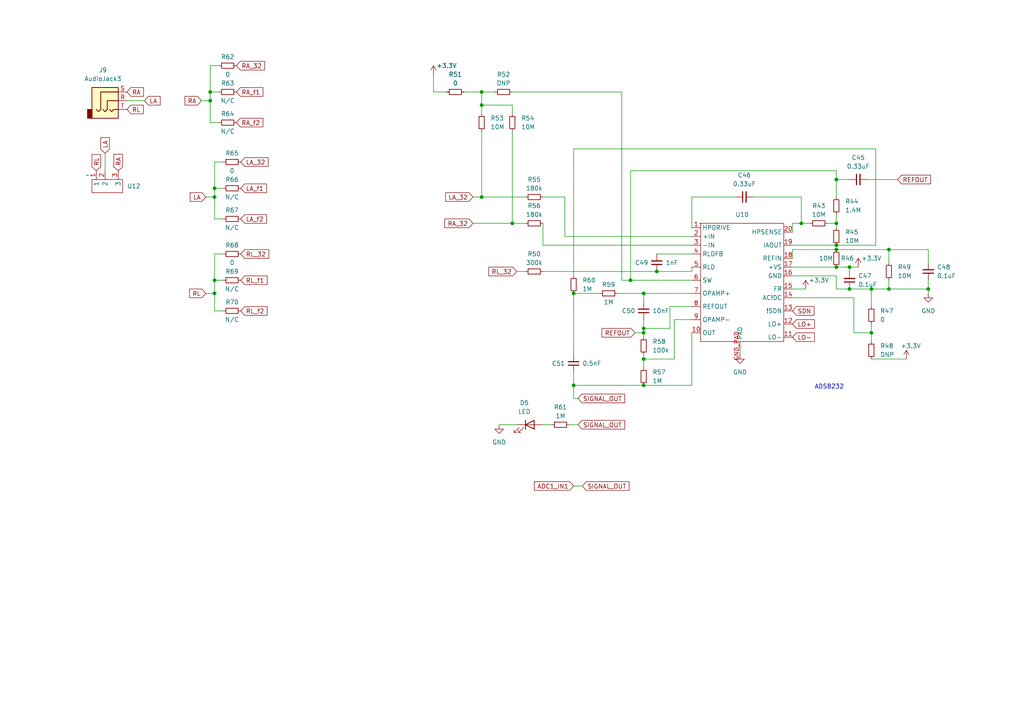
<source format=kicad_sch>
(kicad_sch (version 20230121) (generator eeschema)
  (paper "A4")
  (lib_symbols
    (symbol "Connector_Audio:AudioJack3"
      (property "Reference" "J" (at 0 8.89 0))
      (property "Value" "AudioJack3" (at 0 6.35 0))
      (symbol "AudioJack3_0_1"
        (rectangle (start -5.08 -5.08) (end -6.35 -2.54) (stroke (width 0.254)) (fill (type outline)))
        (polyline (pts (xy 0 -2.54) (xy 0.635 -3.175) (xy 1.27 -2.54) (xy 2.54 -2.54)) (stroke (width 0.254)))
        (polyline (pts (xy -1.905 -2.54) (xy -1.27 -3.175) (xy -0.635 -2.54) (xy -0.635 0) (xy 2.54 0)) (stroke (width 0.254)))
        (polyline (pts (xy 2.54 2.54) (xy -2.54 2.54) (xy -2.54 -2.54) (xy -3.175 -3.175) (xy -3.81 -2.54)) (stroke (width 0.254)))
        (rectangle (start 2.54 3.81) (end -5.08 -5.08) (stroke (width 0.254)) (fill (type background)))
      )
      (symbol "AudioJack3_1_1"
        (pin passive line (at 5.08 0 180) (length 2.54) (name "~") (number "R"))
        (pin passive line (at 5.08 2.54 180) (length 2.54) (name "~") (number "S"))
        (pin passive line (at 5.08 -2.54 180) (length 2.54) (name "~") (number "T"))
      )
    )
    (symbol "Device:C_Small" (pin_numbers hide) (pin_names (offset 0.254) hide)
      (property "Reference" "C" (at 0.254 1.778 0))
      (property "Value" "C_Small" (at 0.254 -2.032 0))
      (symbol "C_Small_0_1"
        (polyline (pts (xy -1.524 -0.508) (xy 1.524 -0.508)) (stroke (width 0.3302)))
        (polyline (pts (xy -1.524 0.508) (xy 1.524 0.508)) (stroke (width 0.3048)))
      )
      (symbol "C_Small_1_1"
        (pin passive line (at 0 2.54 270) (length 2.032) (name "~") (number "1"))
        (pin passive line (at 0 -2.54 90) (length 2.032) (name "~") (number "2"))
      )
    )
    (symbol "Device:LED" (pin_numbers hide) (pin_names (offset 1.016) hide)
      (property "Reference" "D" (at 0 2.54 0))
      (property "Value" "LED" (at 0 -2.54 0))
      (symbol "LED_0_1"
        (polyline (pts (xy -1.27 -1.27) (xy -1.27 1.27)) (stroke (width 0.254)))
        (polyline (pts (xy -1.27 0) (xy 1.27 0)))
        (polyline (pts (xy 1.27 -1.27) (xy 1.27 1.27) (xy -1.27 0) (xy 1.27 -1.27)) (stroke (width 0.254)))
        (polyline (pts (xy -3.048 -0.762) (xy -4.572 -2.286) (xy -3.81 -2.286) (xy -4.572 -2.286) (xy -4.572 -1.524)))
        (polyline (pts (xy -1.778 -0.762) (xy -3.302 -2.286) (xy -2.54 -2.286) (xy -3.302 -2.286) (xy -3.302 -1.524)))
      )
      (symbol "LED_1_1"
        (pin passive line (at -3.81 0 0) (length 2.54) (name "K") (number "1"))
        (pin passive line (at 3.81 0 180) (length 2.54) (name "A") (number "2"))
      )
    )
    (symbol "Device:R_Small" (pin_numbers hide) (pin_names (offset 0.254) hide)
      (property "Reference" "R" (at 0.762 0.508 0))
      (property "Value" "R_Small" (at 0.762 -1.016 0))
      (symbol "R_Small_0_1"
        (rectangle (start -0.762 1.778) (end 0.762 -1.778) (stroke (width 0.2032)))
      )
      (symbol "R_Small_1_1"
        (pin passive line (at 0 2.54 270) (length 0.762) (name "~") (number "1"))
        (pin passive line (at 0 -2.54 90) (length 0.762) (name "~") (number "2"))
      )
    )
    (symbol "custom_regulator:ADS8232"
      (property "Reference" "U" (at 0 6.35 0))
      (symbol "ADS8232_0_1"
        (rectangle (start 0 0) (end 24.13 -34.29))
      )
      (symbol "ADS8232_1_1"
        (pin bidirectional line (at -2.54 -1.27 0) (length 2.54) (name "HPDRIVE") (number "1"))
        (pin bidirectional line (at -2.54 -31.75 0) (length 2.54) (name "OUT") (number "10"))
        (pin bidirectional line (at 26.67 -33.02 180) (length 2.54) (name "LO-") (number "11"))
        (pin bidirectional line (at 26.67 -29.21 180) (length 2.54) (name "LO+") (number "12"))
        (pin bidirectional line (at 26.67 -25.4 180) (length 2.54) (name "!SDN") (number "13"))
        (pin bidirectional line (at 26.67 -21.59 180) (length 2.54) (name "AC!DC") (number "14"))
        (pin bidirectional line (at 26.67 -19.05 180) (length 2.54) (name "FR") (number "15"))
        (pin bidirectional line (at 26.67 -15.24 180) (length 2.54) (name "GND") (number "16"))
        (pin bidirectional line (at 26.67 -12.7 180) (length 2.54) (name "+VS") (number "17"))
        (pin bidirectional line (at 26.67 -10.16 180) (length 2.54) (name "REFIN") (number "18"))
        (pin bidirectional line (at 26.67 -6.35 180) (length 2.54) (name "IAOUT") (number "19"))
        (pin bidirectional line (at -2.54 -3.81 0) (length 2.54) (name "+IN") (number "2"))
        (pin bidirectional line (at 26.67 -2.54 180) (length 2.54) (name "HPSENSE") (number "20"))
        (pin bidirectional line (at -2.54 -6.35 0) (length 2.54) (name "-IN") (number "3"))
        (pin bidirectional line (at -2.54 -8.89 0) (length 2.54) (name "RLDFB") (number "4"))
        (pin bidirectional line (at -2.54 -12.7 0) (length 2.54) (name "RLD") (number "5"))
        (pin bidirectional line (at -2.54 -16.51 0) (length 2.54) (name "SW") (number "6"))
        (pin bidirectional line (at -2.54 -20.32 0) (length 2.54) (name "OPAMP+") (number "7"))
        (pin bidirectional line (at -2.54 -24.13 0) (length 2.54) (name "REFOUT") (number "8"))
        (pin bidirectional line (at -2.54 -27.94 0) (length 2.54) (name "OPAMP-") (number "9"))
        (pin bidirectional line (at 11.43 -36.83 90) (length 2.54) (name "PAD") (number "GND_PAD"))
      )
    )
    (symbol "custom_regulator:header_3"
      (property "Reference" "U" (at 0 0 0))
      (symbol "header_3_0_1"
        (polyline (pts (xy 1.27 -1.27) (xy 10.16 -1.27) (xy 10.16 -5.08) (xy 1.27 -5.08) (xy 1.27 -1.27)))
      )
      (symbol "header_3_1_1"
        (pin bidirectional line (at 2.54 1.27 270) (length 2.54) (name "1") (number "1"))
        (pin bidirectional line (at 5.08 1.27 270) (length 2.54) (name "2") (number "2"))
        (pin bidirectional line (at 8.89 1.27 270) (length 2.54) (name "3") (number "3"))
      )
    )
    (symbol "power:+3.3V" (power) (pin_names (offset 0))
      (property "Value" "+3.3V" (at 0 3.556 0))
      (symbol "+3.3V_0_1"
        (polyline (pts (xy -0.762 1.27) (xy 0 2.54)))
        (polyline (pts (xy 0 0) (xy 0 2.54)))
        (polyline (pts (xy 0 2.54) (xy 0.762 1.27)))
      )
      (symbol "+3.3V_1_1"
        (pin power_in line (at 0 0 90) (length 0) hide (name "+3.3V") (number "1"))
      )
    )
    (symbol "power:GND" (power) (pin_names (offset 0))
      (property "Value" "GND" (at 0 -3.81 0))
      (symbol "GND_0_1"
        (polyline (pts (xy 0 0) (xy 0 -1.27) (xy 1.27 -1.27) (xy 0 -2.54) (xy -1.27 -1.27) (xy 0 -1.27)))
      )
      (symbol "GND_1_1"
        (pin power_in line (at 0 0 270) (length 0) hide (name "GND") (number "1"))
      )
    )
  )
  (junction (at 252.73 96.52))
  (junction (at 186.69 85.09))
  (junction (at 246.38 77.47))
  (junction (at 190.5 78.74))
  (junction (at 182.88 81.28))
  (junction (at 257.81 72.39))
  (junction (at 242.57 71.12))
  (junction (at 242.57 77.47))
  (junction (at 252.73 83.82))
  (junction (at 62.23 85.09))
  (junction (at 242.57 52.07))
  (junction (at 62.23 81.28))
  (junction (at 257.81 83.82))
  (junction (at 148.59 64.77))
  (junction (at 186.69 111.76))
  (junction (at 269.24 83.82))
  (junction (at 246.38 83.82))
  (junction (at 242.57 72.39))
  (junction (at 60.96 26.67))
  (junction (at 62.23 57.15))
  (junction (at 242.57 64.77))
  (junction (at 166.37 111.76))
  (junction (at 62.23 54.61))
  (junction (at 232.41 64.77))
  (junction (at 186.69 95.25))
  (junction (at 139.7 57.15))
  (junction (at 166.37 85.09))
  (junction (at 186.69 104.14))
  (junction (at 139.7 30.48))
  (junction (at 139.7 26.67))
  (junction (at 186.69 96.52))
  (junction (at 60.96 29.21))
  (wire (pts (xy 229.87 77.47) (xy 242.57 77.47)))
  (wire (pts (xy 163.83 57.15) (xy 157.48 57.15)))
  (wire (pts (xy 269.24 81.28) (xy 269.24 83.82)))
  (wire (pts (xy 257.81 81.28) (xy 257.81 83.82)))
  (wire (pts (xy 229.87 71.12) (xy 242.57 71.12)))
  (wire (pts (xy 252.73 83.82) (xy 252.73 88.9)))
  (wire (pts (xy 234.95 64.77) (xy 232.41 64.77)))
  (wire (pts (xy 242.57 80.01) (xy 242.57 83.82)))
  (wire (pts (xy 139.7 38.1) (xy 139.7 57.15)))
  (wire (pts (xy 242.57 57.15) (xy 242.57 52.07)))
  (wire (pts (xy 257.81 72.39) (xy 242.57 72.39)))
  (wire (pts (xy 252.73 93.98) (xy 252.73 96.52)))
  (wire (pts (xy 139.7 57.15) (xy 152.4 57.15)))
  (wire (pts (xy 200.66 78.74) (xy 200.66 77.47)))
  (wire (pts (xy 186.69 92.71) (xy 186.69 95.25)))
  (wire (pts (xy 190.5 78.74) (xy 200.66 78.74)))
  (wire (pts (xy 129.54 26.67) (xy 125.73 26.67)))
  (wire (pts (xy 166.37 111.76) (xy 186.69 111.76)))
  (wire (pts (xy 125.73 26.67) (xy 125.73 21.59)))
  (wire (pts (xy 200.66 57.15) (xy 200.66 66.04)))
  (wire (pts (xy 60.96 26.67) (xy 63.5 26.67)))
  (wire (pts (xy 58.42 29.21) (xy 60.96 29.21)))
  (wire (pts (xy 64.77 73.66) (xy 62.23 73.66)))
  (wire (pts (xy 200.66 96.52) (xy 200.66 111.76)))
  (wire (pts (xy 247.65 86.36) (xy 247.65 96.52)))
  (wire (pts (xy 200.66 81.28) (xy 182.88 81.28)))
  (wire (pts (xy 186.69 104.14) (xy 186.69 106.68)))
  (wire (pts (xy 62.23 81.28) (xy 64.77 81.28)))
  (wire (pts (xy 242.57 83.82) (xy 246.38 83.82)))
  (wire (pts (xy 257.81 83.82) (xy 252.73 83.82)))
  (wire (pts (xy 63.5 19.05) (xy 60.96 19.05)))
  (wire (pts (xy 232.41 57.15) (xy 232.41 64.77)))
  (wire (pts (xy 251.46 52.07) (xy 260.35 52.07)))
  (wire (pts (xy 62.23 54.61) (xy 64.77 54.61)))
  (wire (pts (xy 218.44 57.15) (xy 232.41 57.15)))
  (wire (pts (xy 257.81 76.2) (xy 257.81 72.39)))
  (wire (pts (xy 60.96 19.05) (xy 60.96 26.67)))
  (wire (pts (xy 166.37 85.09) (xy 173.99 85.09)))
  (wire (pts (xy 229.87 64.77) (xy 229.87 67.31)))
  (wire (pts (xy 62.23 54.61) (xy 62.23 57.15)))
  (wire (pts (xy 62.23 46.99) (xy 62.23 54.61)))
  (wire (pts (xy 269.24 83.82) (xy 269.24 85.09)))
  (wire (pts (xy 62.23 90.17) (xy 64.77 90.17)))
  (wire (pts (xy 62.23 73.66) (xy 62.23 81.28)))
  (wire (pts (xy 246.38 77.47) (xy 248.92 77.47)))
  (wire (pts (xy 229.87 83.82) (xy 233.68 83.82)))
  (wire (pts (xy 269.24 76.2) (xy 269.24 72.39)))
  (wire (pts (xy 200.66 111.76) (xy 186.69 111.76)))
  (wire (pts (xy 166.37 140.97) (xy 168.91 140.97)))
  (wire (pts (xy 167.64 115.57) (xy 166.37 115.57)))
  (wire (pts (xy 242.57 62.23) (xy 242.57 64.77)))
  (wire (pts (xy 180.34 26.67) (xy 180.34 81.28)))
  (wire (pts (xy 60.96 26.67) (xy 60.96 29.21)))
  (wire (pts (xy 148.59 33.02) (xy 148.59 30.48)))
  (wire (pts (xy 137.16 57.15) (xy 139.7 57.15)))
  (wire (pts (xy 229.87 80.01) (xy 242.57 80.01)))
  (wire (pts (xy 240.03 64.77) (xy 242.57 64.77)))
  (wire (pts (xy 30.48 44.45) (xy 30.48 49.53)))
  (wire (pts (xy 139.7 30.48) (xy 139.7 33.02)))
  (wire (pts (xy 59.69 57.15) (xy 62.23 57.15)))
  (wire (pts (xy 144.78 123.19) (xy 149.86 123.19)))
  (wire (pts (xy 139.7 26.67) (xy 139.7 30.48)))
  (wire (pts (xy 166.37 43.18) (xy 254 43.18)))
  (wire (pts (xy 254 43.18) (xy 254 71.12)))
  (wire (pts (xy 186.69 95.25) (xy 186.69 96.52)))
  (wire (pts (xy 242.57 52.07) (xy 246.38 52.07)))
  (wire (pts (xy 179.07 85.09) (xy 186.69 85.09)))
  (wire (pts (xy 200.66 92.71) (xy 195.58 92.71)))
  (wire (pts (xy 186.69 102.87) (xy 186.69 104.14)))
  (wire (pts (xy 62.23 81.28) (xy 62.23 85.09)))
  (wire (pts (xy 180.34 81.28) (xy 182.88 81.28)))
  (wire (pts (xy 184.15 96.52) (xy 186.69 96.52)))
  (wire (pts (xy 166.37 115.57) (xy 166.37 111.76)))
  (wire (pts (xy 166.37 85.09) (xy 166.37 102.87)))
  (wire (pts (xy 148.59 38.1) (xy 148.59 64.77)))
  (wire (pts (xy 242.57 72.39) (xy 229.87 72.39)))
  (wire (pts (xy 252.73 104.14) (xy 262.89 104.14)))
  (wire (pts (xy 148.59 30.48) (xy 139.7 30.48)))
  (wire (pts (xy 252.73 96.52) (xy 252.73 99.06)))
  (wire (pts (xy 60.96 29.21) (xy 60.96 35.56)))
  (wire (pts (xy 186.69 85.09) (xy 186.69 87.63)))
  (wire (pts (xy 229.87 72.39) (xy 229.87 74.93)))
  (wire (pts (xy 182.88 81.28) (xy 182.88 49.53)))
  (wire (pts (xy 229.87 86.36) (xy 247.65 86.36)))
  (wire (pts (xy 137.16 64.77) (xy 148.59 64.77)))
  (wire (pts (xy 139.7 26.67) (xy 143.51 26.67)))
  (wire (pts (xy 195.58 104.14) (xy 186.69 104.14)))
  (wire (pts (xy 200.66 88.9) (xy 194.31 88.9)))
  (wire (pts (xy 194.31 88.9) (xy 194.31 95.25)))
  (wire (pts (xy 232.41 64.77) (xy 229.87 64.77)))
  (wire (pts (xy 186.69 96.52) (xy 186.69 97.79)))
  (wire (pts (xy 269.24 72.39) (xy 257.81 72.39)))
  (wire (pts (xy 182.88 49.53) (xy 242.57 49.53)))
  (wire (pts (xy 242.57 77.47) (xy 246.38 77.47)))
  (wire (pts (xy 242.57 64.77) (xy 242.57 66.04)))
  (wire (pts (xy 254 71.12) (xy 242.57 71.12)))
  (wire (pts (xy 148.59 26.67) (xy 180.34 26.67)))
  (wire (pts (xy 252.73 83.82) (xy 246.38 83.82)))
  (wire (pts (xy 134.62 26.67) (xy 139.7 26.67)))
  (wire (pts (xy 163.83 68.58) (xy 163.83 57.15)))
  (wire (pts (xy 59.69 85.09) (xy 62.23 85.09)))
  (wire (pts (xy 62.23 63.5) (xy 64.77 63.5)))
  (wire (pts (xy 148.59 64.77) (xy 152.4 64.77)))
  (wire (pts (xy 157.48 123.19) (xy 160.02 123.19)))
  (wire (pts (xy 157.48 78.74) (xy 190.5 78.74)))
  (wire (pts (xy 36.83 29.21) (xy 41.91 29.21)))
  (wire (pts (xy 186.69 85.09) (xy 200.66 85.09)))
  (wire (pts (xy 247.65 96.52) (xy 252.73 96.52)))
  (wire (pts (xy 166.37 80.01) (xy 166.37 43.18)))
  (wire (pts (xy 157.48 71.12) (xy 157.48 64.77)))
  (wire (pts (xy 246.38 77.47) (xy 246.38 78.74)))
  (wire (pts (xy 166.37 107.95) (xy 166.37 111.76)))
  (wire (pts (xy 190.5 73.66) (xy 200.66 73.66)))
  (wire (pts (xy 64.77 46.99) (xy 62.23 46.99)))
  (wire (pts (xy 269.24 83.82) (xy 257.81 83.82)))
  (wire (pts (xy 149.86 78.74) (xy 152.4 78.74)))
  (wire (pts (xy 62.23 57.15) (xy 62.23 63.5)))
  (wire (pts (xy 195.58 92.71) (xy 195.58 104.14)))
  (wire (pts (xy 213.36 57.15) (xy 200.66 57.15)))
  (wire (pts (xy 62.23 85.09) (xy 62.23 90.17)))
  (wire (pts (xy 60.96 35.56) (xy 63.5 35.56)))
  (wire (pts (xy 242.57 49.53) (xy 242.57 52.07)))
  (wire (pts (xy 200.66 68.58) (xy 163.83 68.58)))
  (wire (pts (xy 165.1 123.19) (xy 167.64 123.19)))
  (wire (pts (xy 214.63 101.6) (xy 214.63 102.87)))
  (wire (pts (xy 194.31 95.25) (xy 186.69 95.25)))
  (wire (pts (xy 200.66 71.12) (xy 157.48 71.12)))
  (text "ADS8232" (at 236.22 113.03 0) (effects (font (size 1.27 1.27)) (justify left bottom)))
  (global_label "LA" (shape input) (at 30.48 44.45 90) (property "Intersheetrefs" "${INTERSHEET_REFS}" (effects hide)))
  (global_label "LA_32" (shape input) (at 137.16 57.15 180) (property "Intersheetrefs" "${INTERSHEET_REFS}" (effects hide)))
  (global_label "RL_f1" (shape input) (at 69.85 81.28 0) (property "Intersheetrefs" "${INTERSHEET_REFS}" (effects hide)))
  (global_label "ADC1_IN1" (shape input) (at 166.37 140.97 180) (property "Intersheetrefs" "${INTERSHEET_REFS}" (effects hide)))
  (global_label "SIGNAL_OUT" (shape input) (at 168.91 140.97 0) (property "Intersheetrefs" "${INTERSHEET_REFS}" (effects hide)))
  (global_label "RA" (shape input) (at 58.42 29.21 180) (property "Intersheetrefs" "${INTERSHEET_REFS}" (effects hide)))
  (global_label "LA" (shape input) (at 59.69 57.15 180) (property "Intersheetrefs" "${INTERSHEET_REFS}" (effects hide)))
  (global_label "RA" (shape input) (at 34.29 49.53 90) (property "Intersheetrefs" "${INTERSHEET_REFS}" (effects hide)))
  (global_label "RL" (shape input) (at 27.94 49.53 90) (property "Intersheetrefs" "${INTERSHEET_REFS}" (effects hide)))
  (global_label "LO+" (shape input) (at 229.87 93.98 0) (property "Intersheetrefs" "${INTERSHEET_REFS}" (effects hide)))
  (global_label "LA_f1" (shape input) (at 69.85 54.61 0) (property "Intersheetrefs" "${INTERSHEET_REFS}" (effects hide)))
  (global_label "RA_32" (shape input) (at 137.16 64.77 180) (property "Intersheetrefs" "${INTERSHEET_REFS}" (effects hide)))
  (global_label "LA_f2" (shape input) (at 69.85 63.5 0) (property "Intersheetrefs" "${INTERSHEET_REFS}" (effects hide)))
  (global_label "RL_32" (shape input) (at 69.85 73.66 0) (property "Intersheetrefs" "${INTERSHEET_REFS}" (effects hide)))
  (global_label "RA" (shape input) (at 36.83 26.67 0) (property "Intersheetrefs" "${INTERSHEET_REFS}" (effects hide)))
  (global_label "SDN" (shape input) (at 229.87 90.17 0) (property "Intersheetrefs" "${INTERSHEET_REFS}" (effects hide)))
  (global_label "RA_f1" (shape input) (at 68.58 26.67 0) (property "Intersheetrefs" "${INTERSHEET_REFS}" (effects hide)))
  (global_label "SIGNAL_OUT" (shape input) (at 167.64 115.57 0) (property "Intersheetrefs" "${INTERSHEET_REFS}" (effects hide)))
  (global_label "RL" (shape input) (at 36.83 31.75 0) (property "Intersheetrefs" "${INTERSHEET_REFS}" (effects hide)))
  (global_label "RL_f2" (shape input) (at 69.85 90.17 0) (property "Intersheetrefs" "${INTERSHEET_REFS}" (effects hide)))
  (global_label "RA_f2" (shape input) (at 68.58 35.56 0) (property "Intersheetrefs" "${INTERSHEET_REFS}" (effects hide)))
  (global_label "RL" (shape input) (at 59.69 85.09 180) (property "Intersheetrefs" "${INTERSHEET_REFS}" (effects hide)))
  (global_label "RA_32" (shape input) (at 68.58 19.05 0) (property "Intersheetrefs" "${INTERSHEET_REFS}" (effects hide)))
  (global_label "LA_32" (shape input) (at 69.85 46.99 0) (property "Intersheetrefs" "${INTERSHEET_REFS}" (effects hide)))
  (global_label "LA" (shape input) (at 41.91 29.21 0) (property "Intersheetrefs" "${INTERSHEET_REFS}" (effects hide)))
  (global_label "SIGNAL_OUT" (shape input) (at 167.64 123.19 0) (property "Intersheetrefs" "${INTERSHEET_REFS}" (effects hide)))
  (global_label "LO-" (shape input) (at 229.87 97.79 0) (property "Intersheetrefs" "${INTERSHEET_REFS}" (effects hide)))
  (global_label "REFOUT" (shape input) (at 184.15 96.52 180) (property "Intersheetrefs" "${INTERSHEET_REFS}" (effects hide)))
  (global_label "RL_32" (shape input) (at 149.86 78.74 180) (property "Intersheetrefs" "${INTERSHEET_REFS}" (effects hide)))
  (global_label "REFOUT" (shape input) (at 260.35 52.07 0) (property "Intersheetrefs" "${INTERSHEET_REFS}" (effects hide)))
  (symbol (lib_id "Connector_Audio:AudioJack3") (at 31.75 29.21 0) (unit 1)
    (property "Reference" "J9" (at 29.845 20.32 0))
    (property "Value" "AudioJack3" (at 29.845 22.86 0))
  )
  (symbol (lib_id "Device:R_Small") (at 67.31 54.61 90) (unit 1)
    (property "Reference" "R66" (at 67.31 52.07 90))
    (property "Value" "N/C" (at 67.31 57.15 90))
  )
  (symbol (lib_id "Device:R_Small") (at 148.59 35.56 0) (unit 1)
    (property "Reference" "R54" (at 151.13 34.29 0) (effects (justify left)))
    (property "Value" "10M" (at 151.13 36.83 0) (effects (justify left)))
  )
  (symbol (lib_id "Device:R_Small") (at 252.73 91.44 0) (unit 1)
    (property "Reference" "R47" (at 255.27 90.17 0) (effects (justify left)))
    (property "Value" "0" (at 255.27 92.71 0) (effects (justify left)))
  )
  (symbol (lib_id "Device:R_Small") (at 242.57 74.93 0) (unit 1)
    (property "Reference" "R46" (at 243.84 74.93 0) (effects (justify left)))
    (property "Value" "10M" (at 237.49 74.93 0) (effects (justify left)))
  )
  (symbol (lib_id "Device:R_Small") (at 257.81 78.74 0) (unit 1)
    (property "Reference" "R49" (at 260.35 77.47 0) (effects (justify left)))
    (property "Value" "10M" (at 260.35 80.01 0) (effects (justify left)))
  )
  (symbol (lib_id "Device:C_Small") (at 215.9 57.15 90) (unit 1)
    (property "Reference" "C46" (at 215.9063 50.8 90))
    (property "Value" "0.33uF" (at 215.9063 53.34 90))
  )
  (symbol (lib_id "Device:R_Small") (at 154.94 64.77 90) (unit 1)
    (property "Reference" "R56" (at 154.94 59.69 90))
    (property "Value" "180k" (at 154.94 62.23 90))
  )
  (symbol (lib_id "Device:R_Small") (at 176.53 85.09 90) (unit 1)
    (property "Reference" "R59" (at 176.53 82.55 90))
    (property "Value" "1M" (at 176.53 87.63 90))
  )
  (symbol (lib_id "custom_regulator:header_3") (at 25.4 50.8 0) (unit 1)
    (property "Reference" "U12" (at 36.83 53.975 0) (effects (justify left)))
    (property "Value" "~" (at 25.4 50.8 0))
  )
  (symbol (lib_id "power:+3.3V") (at 233.68 83.82 0) (unit 1)
    (property "Reference" "#PWR025" (effects hide))
    (property "Value" "+3.3V" (at 237.49 81.28 0))
    (instances (project "skna_project" (path "" (reference "#PWR025") (unit 1)) (path "" (reference "#PWR038") (unit 1)) (path "" (reference "#PWR071") (unit 1))))
  )
  (symbol (lib_id "Device:R_Small") (at 139.7 35.56 0) (unit 1)
    (property "Reference" "R53" (at 142.24 34.29 0) (effects (justify left)))
    (property "Value" "10M" (at 142.24 36.83 0) (effects (justify left)))
  )
  (symbol (lib_id "Device:R_Small") (at 237.49 64.77 90) (unit 1)
    (property "Reference" "R43" (at 237.49 59.69 90))
    (property "Value" "10M" (at 237.49 62.23 90))
  )
  (symbol (lib_id "Device:C_Small") (at 190.5 76.2 180) (unit 1)
    (property "Reference" "C49" (at 184.15 76.2 0) (effects (justify right)))
    (property "Value" "1nF" (at 193.04 76.2 0) (effects (justify right)))
  )
  (symbol (lib_id "Device:C_Small") (at 186.69 90.17 180) (unit 1)
    (property "Reference" "C50" (at 180.34 90.17 0) (effects (justify right)))
    (property "Value" "10nF" (at 189.23 90.17 0) (effects (justify right)))
  )
  (symbol (lib_id "Device:R_Small") (at 132.08 26.67 90) (unit 1)
    (property "Reference" "R51" (at 132.08 21.59 90))
    (property "Value" "0" (at 132.08 24.13 90))
  )
  (symbol (lib_id "Device:R_Small") (at 186.69 109.22 0) (unit 1)
    (property "Reference" "R57" (at 189.23 107.95 0) (effects (justify left)))
    (property "Value" "1M" (at 189.23 110.49 0) (effects (justify left)))
  )
  (symbol (lib_id "power:+3.3V") (at 248.92 77.47 0) (unit 1)
    (property "Reference" "#PWR025" (effects hide))
    (property "Value" "+3.3V" (at 252.73 74.93 0))
    (instances (project "skna_project" (path "" (reference "#PWR025") (unit 1)) (path "" (reference "#PWR038") (unit 1)) (path "" (reference "#PWR054") (unit 1))))
  )
  (symbol (lib_id "Device:C_Small") (at 269.24 78.74 180) (unit 1)
    (property "Reference" "C48" (at 271.78 77.4636 0) (effects (justify right)))
    (property "Value" "0.1uF" (at 271.78 80.0036 0) (effects (justify right)))
  )
  (symbol (lib_id "Device:R_Small") (at 252.73 101.6 0) (unit 1)
    (property "Reference" "R48" (at 255.27 100.33 0) (effects (justify left)))
    (property "Value" "DNP" (at 255.27 102.87 0) (effects (justify left)))
  )
  (symbol (lib_id "power:GND") (at 214.63 102.87 0) (unit 1)
    (property "Reference" "#PWR014" (effects hide))
    (property "Value" "GND" (at 214.63 107.95 0))
    (instances (project "skna_project" (path "" (reference "#PWR014") (unit 1)) (path "" (reference "#PWR037") (unit 1)) (path "" (reference "#PWR073") (unit 1))))
  )
  (symbol (lib_id "Device:R_Small") (at 242.57 68.58 0) (unit 1)
    (property "Reference" "R45" (at 245.11 67.31 0) (effects (justify left)))
    (property "Value" "10M" (at 245.11 69.85 0) (effects (justify left)))
  )
  (symbol (lib_id "Device:C_Small") (at 246.38 81.28 180) (unit 1)
    (property "Reference" "C47" (at 248.92 80.0036 0) (effects (justify right)))
    (property "Value" "0.1uF" (at 248.92 82.5436 0) (effects (justify right)))
  )
  (symbol (lib_id "Device:R_Small") (at 67.31 63.5 90) (unit 1)
    (property "Reference" "R67" (at 67.31 60.96 90))
    (property "Value" "N/C" (at 67.31 66.04 90))
  )
  (symbol (lib_id "power:+3.3V") (at 262.89 104.14 0) (unit 1)
    (property "Reference" "#PWR025" (effects hide))
    (property "Value" "+3.3V" (at 264.16 100.33 0))
    (instances (project "skna_project" (path "" (reference "#PWR025") (unit 1)) (path "" (reference "#PWR038") (unit 1)) (path "" (reference "#PWR059") (unit 1))))
  )
  (symbol (lib_id "Device:R_Small") (at 66.04 26.67 90) (unit 1)
    (property "Reference" "R63" (at 66.04 24.13 90))
    (property "Value" "N/C" (at 66.04 29.21 90))
  )
  (symbol (lib_id "Device:R_Small") (at 146.05 26.67 90) (unit 1)
    (property "Reference" "R52" (at 146.05 21.59 90))
    (property "Value" "DNP" (at 146.05 24.13 90))
  )
  (symbol (lib_id "Device:R_Small") (at 66.04 35.56 90) (unit 1)
    (property "Reference" "R64" (at 66.04 33.02 90))
    (property "Value" "N/C" (at 66.04 38.1 90))
  )
  (symbol (lib_id "Device:R_Small") (at 66.04 19.05 90) (unit 1)
    (property "Reference" "R62" (at 66.04 16.51 90))
    (property "Value" "0" (at 66.04 21.59 90))
  )
  (symbol (lib_id "Device:R_Small") (at 67.31 81.28 90) (unit 1)
    (property "Reference" "R69" (at 67.31 78.74 90))
    (property "Value" "N/C" (at 67.31 83.82 90))
  )
  (symbol (lib_id "Device:R_Small") (at 67.31 73.66 90) (unit 1)
    (property "Reference" "R68" (at 67.31 71.12 90))
    (property "Value" "0" (at 67.31 76.2 90))
  )
  (symbol (lib_id "power:+3.3V") (at 125.73 21.59 0) (unit 1)
    (property "Reference" "#PWR025" (effects hide))
    (property "Value" "+3.3V" (at 129.54 19.05 0))
    (instances (project "skna_project" (path "" (reference "#PWR025") (unit 1)) (path "" (reference "#PWR038") (unit 1)) (path "" (reference "#PWR075") (unit 1))))
  )
  (symbol (lib_id "Device:LED") (at 153.67 123.19 0) (unit 1)
    (property "Reference" "D5" (at 152.0825 116.84 0))
    (property "Value" "LED" (at 152.0825 119.38 0))
  )
  (symbol (lib_id "Device:R_Small") (at 154.94 78.74 90) (unit 1)
    (property "Reference" "R50" (at 154.94 73.66 90))
    (property "Value" "300k" (at 154.94 76.2 90))
  )
  (symbol (lib_id "power:GND") (at 144.78 123.19 0) (unit 1)
    (property "Reference" "#PWR014" (effects hide))
    (property "Value" "GND" (at 144.78 128.27 0))
    (instances (project "skna_project" (path "" (reference "#PWR014") (unit 1)) (path "" (reference "#PWR037") (unit 1)) (path "" (reference "#PWR074") (unit 1))))
  )
  (symbol (lib_id "Device:R_Small") (at 154.94 57.15 90) (unit 1)
    (property "Reference" "R55" (at 154.94 52.07 90))
    (property "Value" "180k" (at 154.94 54.61 90))
  )
  (symbol (lib_id "power:GND") (at 269.24 85.09 0) (unit 1)
    (property "Reference" "#PWR014" (effects hide))
    (property "Value" "GND" (at 269.24 90.17 0))
    (instances (project "skna_project" (path "" (reference "#PWR014") (unit 1)) (path "" (reference "#PWR037") (unit 1)) (path "" (reference "#PWR072") (unit 1))))
  )
  (symbol (lib_id "Device:C_Small") (at 166.37 105.41 180) (unit 1)
    (property "Reference" "C51" (at 160.02 105.41 0) (effects (justify right)))
    (property "Value" "0.5nF" (at 168.91 105.41 0) (effects (justify right)))
  )
  (symbol (lib_id "Device:C_Small") (at 248.92 52.07 90) (unit 1)
    (property "Reference" "C45" (at 248.9263 45.72 90))
    (property "Value" "0.33uF" (at 248.9263 48.26 90))
  )
  (symbol (lib_id "Device:R_Small") (at 186.69 100.33 0) (unit 1)
    (property "Reference" "R58" (at 189.23 99.06 0) (effects (justify left)))
    (property "Value" "100k" (at 189.23 101.6 0) (effects (justify left)))
  )
  (symbol (lib_id "Device:R_Small") (at 67.31 90.17 90) (unit 1)
    (property "Reference" "R70" (at 67.31 87.63 90))
    (property "Value" "N/C" (at 67.31 92.71 90))
  )
  (symbol (lib_id "Device:R_Small") (at 162.56 123.19 90) (unit 1)
    (property "Reference" "R61" (at 162.56 118.11 90))
    (property "Value" "1M" (at 162.56 120.65 90))
  )
  (symbol (lib_id "Device:R_Small") (at 67.31 46.99 90) (unit 1)
    (property "Reference" "R65" (at 67.31 44.45 90))
    (property "Value" "0" (at 67.31 49.53 90))
  )
  (symbol (lib_id "custom_regulator:ADS8232") (at 203.2 64.77 0) (unit 1)
    (property "Reference" "U10" (at 215.265 62.23 0))
    (property "Value" "~" (at 203.2 64.77 0))
  )
  (symbol (lib_id "Device:R_Small") (at 242.57 59.69 0) (unit 1)
    (property "Reference" "R44" (at 245.11 58.42 0) (effects (justify left)))
    (property "Value" "1.4M" (at 245.11 60.96 0) (effects (justify left)))
  )
  (symbol (lib_id "Device:R_Small") (at 166.37 82.55 0) (unit 1)
    (property "Reference" "R60" (at 168.91 81.28 0) (effects (justify left)))
    (property "Value" "1M" (at 168.91 83.82 0) (effects (justify left)))
  )
)
</source>
